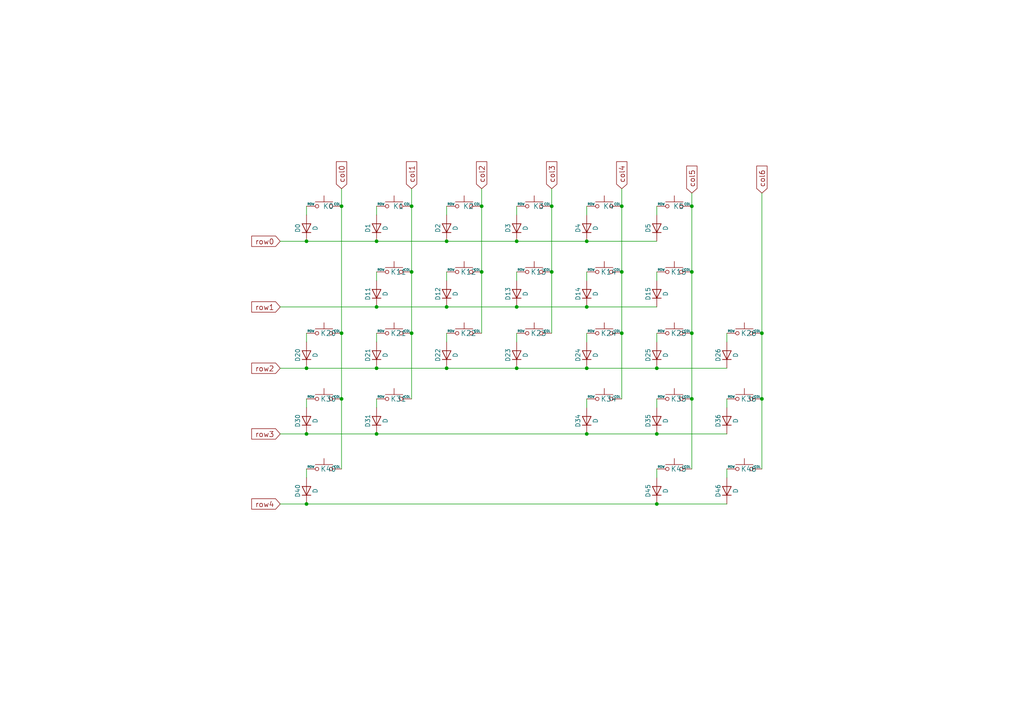
<source format=kicad_sch>
(kicad_sch (version 20211123) (generator eeschema)
  (paper "A4")
  (lib_symbols
    (symbol "3x6_symbols:Switch_SW_Keeb" (pin_numbers hide) (pin_names (offset 0))
      (property "Reference" "SW" (at 1.27 2.54 0))
      (property "Value" "Switch_SW_Keeb" (at 0 -1.524 0))
      (symbol "Switch_SW_Keeb_0_1"
        (circle (center -2.032 0) (radius 0.508))
        (polyline (pts (xy 0 1.27) (xy 0 3.048)))
        (polyline (pts (xy 2.54 1.27) (xy -2.54 1.27)))
        (circle (center 2.032 0) (radius 0.508))
      )
      (symbol "Switch_SW_Keeb_1_1"
        (pin passive line (at -5.08 0 0) (length 2.54) (name "COL") (number "1"))
        (pin passive line (at 5.08 0 180) (length 2.54) (name "ROW") (number "2"))
      )
    )
    (symbol "kudox-game-parts:D" (pin_numbers hide) (pin_names (offset 1.016) hide)
      (property "Reference" "D" (at 0 2.54 0))
      (property "Value" "D" (at 0 -2.54 0))
      (symbol "D_0_1"
        (polyline (pts (xy -1.27 1.27) (xy -1.27 -1.27)) (stroke (width 0.2032)))
        (polyline (pts (xy 1.27 0) (xy -1.27 0)))
        (polyline (pts (xy 1.27 1.27) (xy 1.27 -1.27) (xy -1.27 0) (xy 1.27 1.27)) (stroke (width 0.2032)))
      )
      (symbol "D_1_1"
        (pin passive line (at -3.81 0 0) (length 2.54) (name "K") (number "1"))
        (pin passive line (at 3.81 0 180) (length 2.54) (name "A") (number "2"))
      )
    )
  )
  (junction (at 220.98 115.697))
  (junction (at 220.98 96.647))
  (junction (at 129.54 69.977))
  (junction (at 109.22 89.027))
  (junction (at 109.22 69.977))
  (junction (at 190.5 125.857))
  (junction (at 170.18 125.857))
  (junction (at 88.9 106.807))
  (junction (at 88.9 69.977))
  (junction (at 119.38 78.867))
  (junction (at 119.38 96.647))
  (junction (at 139.7 59.817))
  (junction (at 99.06 59.817))
  (junction (at 190.5 106.807))
  (junction (at 190.5 146.177))
  (junction (at 109.22 106.807))
  (junction (at 129.54 89.027))
  (junction (at 149.86 69.977))
  (junction (at 170.18 106.807))
  (junction (at 119.38 59.817))
  (junction (at 139.7 78.867))
  (junction (at 200.66 59.817))
  (junction (at 170.18 89.027))
  (junction (at 180.34 59.817))
  (junction (at 149.86 106.807))
  (junction (at 180.34 96.647))
  (junction (at 180.34 78.867))
  (junction (at 200.66 96.647))
  (junction (at 149.86 89.027))
  (junction (at 88.9 146.177))
  (junction (at 88.9 125.857))
  (junction (at 170.18 69.977))
  (junction (at 129.54 106.807))
  (junction (at 200.66 115.697))
  (junction (at 99.06 96.647))
  (junction (at 200.66 78.867))
  (junction (at 109.22 125.857))
  (junction (at 160.02 78.867))
  (junction (at 160.02 59.817))
  (junction (at 99.06 115.697))
  (wire (pts (xy 170.18 96.647) (xy 170.18 99.187)))
  (wire (pts (xy 129.54 78.867) (xy 129.54 81.407)))
  (wire (pts (xy 129.54 59.817) (xy 129.54 62.357)))
  (wire (pts (xy 139.7 59.817) (xy 139.7 78.867)))
  (wire (pts (xy 81.28 125.857) (xy 88.9 125.857)))
  (wire (pts (xy 129.54 89.027) (xy 149.86 89.027)))
  (wire (pts (xy 119.38 59.817) (xy 119.38 78.867)))
  (wire (pts (xy 190.5 106.807) (xy 210.82 106.807)))
  (wire (pts (xy 149.86 59.817) (xy 149.86 62.357)))
  (wire (pts (xy 180.34 96.647) (xy 180.34 115.697)))
  (wire (pts (xy 170.18 89.027) (xy 190.5 89.027)))
  (wire (pts (xy 119.38 96.647) (xy 119.38 115.697)))
  (wire (pts (xy 109.22 96.647) (xy 109.22 99.187)))
  (wire (pts (xy 200.66 78.867) (xy 200.66 96.647)))
  (wire (pts (xy 149.86 78.867) (xy 149.86 81.407)))
  (wire (pts (xy 88.9 125.857) (xy 109.22 125.857)))
  (wire (pts (xy 81.28 146.177) (xy 88.9 146.177)))
  (wire (pts (xy 170.18 69.977) (xy 190.5 69.977)))
  (wire (pts (xy 88.9 106.807) (xy 109.22 106.807)))
  (wire (pts (xy 180.34 59.817) (xy 180.34 78.867)))
  (wire (pts (xy 88.9 136.017) (xy 88.9 138.557)))
  (wire (pts (xy 109.22 106.807) (xy 129.54 106.807)))
  (wire (pts (xy 109.22 78.867) (xy 109.22 81.407)))
  (wire (pts (xy 129.54 106.807) (xy 149.86 106.807)))
  (wire (pts (xy 119.38 78.867) (xy 119.38 96.647)))
  (wire (pts (xy 81.28 69.977) (xy 88.9 69.977)))
  (wire (pts (xy 99.06 96.647) (xy 99.06 115.697)))
  (wire (pts (xy 170.18 59.817) (xy 170.18 62.357)))
  (wire (pts (xy 109.22 59.817) (xy 109.22 62.357)))
  (wire (pts (xy 210.82 115.697) (xy 210.82 118.237)))
  (wire (pts (xy 180.34 54.737) (xy 180.34 59.817)))
  (wire (pts (xy 81.28 106.807) (xy 88.9 106.807)))
  (wire (pts (xy 210.82 136.017) (xy 210.82 138.557)))
  (wire (pts (xy 88.9 115.697) (xy 88.9 118.237)))
  (wire (pts (xy 200.66 56.007) (xy 200.66 59.817)))
  (wire (pts (xy 109.22 125.857) (xy 170.18 125.857)))
  (wire (pts (xy 190.5 96.647) (xy 190.5 99.187)))
  (wire (pts (xy 139.7 78.867) (xy 139.7 96.647)))
  (wire (pts (xy 200.66 115.697) (xy 200.66 136.017)))
  (wire (pts (xy 160.02 59.817) (xy 160.02 78.867)))
  (wire (pts (xy 99.06 59.817) (xy 99.06 96.647)))
  (wire (pts (xy 200.66 96.647) (xy 200.66 115.697)))
  (wire (pts (xy 139.7 54.737) (xy 139.7 59.817)))
  (wire (pts (xy 200.66 59.817) (xy 200.66 78.867)))
  (wire (pts (xy 149.86 69.977) (xy 170.18 69.977)))
  (wire (pts (xy 190.5 78.867) (xy 190.5 81.407)))
  (wire (pts (xy 170.18 115.697) (xy 170.18 118.237)))
  (wire (pts (xy 99.06 54.737) (xy 99.06 59.817)))
  (wire (pts (xy 129.54 96.647) (xy 129.54 99.187)))
  (wire (pts (xy 190.5 146.177) (xy 210.82 146.177)))
  (wire (pts (xy 220.98 96.647) (xy 220.98 115.697)))
  (wire (pts (xy 109.22 115.697) (xy 109.22 118.237)))
  (wire (pts (xy 190.5 115.697) (xy 190.5 118.237)))
  (wire (pts (xy 170.18 106.807) (xy 190.5 106.807)))
  (wire (pts (xy 170.18 125.857) (xy 190.5 125.857)))
  (wire (pts (xy 210.82 96.647) (xy 210.82 99.187)))
  (wire (pts (xy 109.22 69.977) (xy 129.54 69.977)))
  (wire (pts (xy 160.02 78.867) (xy 160.02 96.647)))
  (wire (pts (xy 88.9 69.977) (xy 109.22 69.977)))
  (wire (pts (xy 88.9 146.177) (xy 190.5 146.177)))
  (wire (pts (xy 119.38 54.737) (xy 119.38 59.817)))
  (wire (pts (xy 190.5 59.817) (xy 190.5 62.357)))
  (wire (pts (xy 220.98 56.007) (xy 220.98 96.647)))
  (wire (pts (xy 99.06 115.697) (xy 99.06 136.017)))
  (wire (pts (xy 220.98 115.697) (xy 220.98 136.017)))
  (wire (pts (xy 190.5 136.017) (xy 190.5 138.557)))
  (wire (pts (xy 129.54 69.977) (xy 149.86 69.977)))
  (wire (pts (xy 88.9 96.647) (xy 88.9 99.187)))
  (wire (pts (xy 149.86 89.027) (xy 170.18 89.027)))
  (wire (pts (xy 88.9 59.817) (xy 88.9 62.357)))
  (wire (pts (xy 190.5 125.857) (xy 210.82 125.857)))
  (wire (pts (xy 81.28 89.027) (xy 109.22 89.027)))
  (wire (pts (xy 160.02 54.737) (xy 160.02 59.817)))
  (wire (pts (xy 170.18 78.867) (xy 170.18 81.407)))
  (wire (pts (xy 180.34 78.867) (xy 180.34 96.647)))
  (wire (pts (xy 109.22 89.027) (xy 129.54 89.027)))
  (wire (pts (xy 149.86 106.807) (xy 170.18 106.807)))
  (wire (pts (xy 149.86 96.647) (xy 149.86 99.187)))
  (global_label "col5" (shape input) (at 200.66 56.007 90) (effects (font (size 1.524 1.524))) (property "Intersheet References" "${INTERSHEET_REFS}" (effects hide)))
  (global_label "col2" (shape input) (at 139.7 54.737 90) (effects (font (size 1.524 1.524))) (property "Intersheet References" "${INTERSHEET_REFS}" (effects hide)))
  (global_label "row2" (shape input) (at 81.28 106.807 180) (effects (font (size 1.524 1.524))) (property "Intersheet References" "${INTERSHEET_REFS}" (effects hide)))
  (global_label "row3" (shape input) (at 81.28 125.857 180) (effects (font (size 1.524 1.524))) (property "Intersheet References" "${INTERSHEET_REFS}" (effects hide)))
  (global_label "row1" (shape input) (at 81.28 89.027 180) (effects (font (size 1.524 1.524))) (property "Intersheet References" "${INTERSHEET_REFS}" (effects hide)))
  (global_label "col6" (shape input) (at 220.98 56.007 90) (effects (font (size 1.524 1.524))) (property "Intersheet References" "${INTERSHEET_REFS}" (effects hide)))
  (global_label "col1" (shape input) (at 119.38 54.737 90) (effects (font (size 1.524 1.524))) (property "Intersheet References" "${INTERSHEET_REFS}" (effects hide)))
  (global_label "row4" (shape input) (at 81.28 146.177 180) (effects (font (size 1.524 1.524))) (property "Intersheet References" "${INTERSHEET_REFS}" (effects hide)))
  (global_label "col4" (shape input) (at 180.34 54.737 90) (effects (font (size 1.524 1.524))) (property "Intersheet References" "${INTERSHEET_REFS}" (effects hide)))
  (global_label "col0" (shape input) (at 99.06 54.737 90) (effects (font (size 1.524 1.524))) (property "Intersheet References" "${INTERSHEET_REFS}" (effects hide)))
  (global_label "col3" (shape input) (at 160.02 54.737 90) (effects (font (size 1.524 1.524))) (property "Intersheet References" "${INTERSHEET_REFS}" (effects hide)))
  (global_label "row0" (shape input) (at 81.28 69.977 180) (effects (font (size 1.524 1.524))) (property "Intersheet References" "${INTERSHEET_REFS}" (effects hide)))
  (symbol (lib_id "kudox-game-parts:D") (at 109.22 122.047 90) (unit 1)
    (property "Reference" "D31" (at 106.68 122.047 0))
    (property "Value" "D" (at 111.76 122.047 0))
    (property "Footprint" "3x6_components:D_THT_7.62_SOD-123_Single_Side" (effects hide))
  )
  (symbol (lib_id "3x6_symbols:Switch_SW_Keeb") (at 175.26 78.867 0) (mirror y) (unit 1)
    (property "Reference" "K14" (at 176.53 78.867 0) (effects (font (size 1.524 1.524))))
    (property "Value" "KEYSW" (effects hide))
    (property "Footprint" "3x6_kailh_switch:SW_Hotswap_Kailh_1.00u" (effects hide))
  )
  (symbol (lib_id "kudox-game-parts:D") (at 149.86 66.167 90) (unit 1)
    (property "Reference" "D3" (at 147.32 66.167 0))
    (property "Value" "D" (at 152.4 66.167 0))
    (property "Footprint" "3x6_components:D_THT_7.62_SOD-123_Single_Side" (effects hide))
  )
  (symbol (lib_id "3x6_symbols:Switch_SW_Keeb") (at 114.3 115.697 0) (mirror y) (unit 1)
    (property "Reference" "K31" (at 115.57 115.697 0) (effects (font (size 1.524 1.524))))
    (property "Value" "KEYSW" (effects hide))
    (property "Footprint" "3x6_kailh_switch:SW_Hotswap_Kailh_1.00u" (effects hide))
  )
  (symbol (lib_id "3x6_symbols:Switch_SW_Keeb") (at 175.26 96.647 0) (mirror y) (unit 1)
    (property "Reference" "K24" (at 176.53 96.647 0) (effects (font (size 1.524 1.524))))
    (property "Value" "KEYSW" (effects hide))
    (property "Footprint" "3x6_kailh_switch:SW_Hotswap_Kailh_1.00u" (effects hide))
  )
  (symbol (lib_id "kudox-game-parts:D") (at 109.22 85.217 90) (unit 1)
    (property "Reference" "D11" (at 106.68 85.217 0))
    (property "Value" "D" (at 111.76 85.217 0))
    (property "Footprint" "3x6_components:D_THT_7.62_SOD-123_Single_Side" (effects hide))
  )
  (symbol (lib_id "kudox-game-parts:D") (at 129.54 85.217 90) (unit 1)
    (property "Reference" "D12" (at 127 85.217 0))
    (property "Value" "D" (at 132.08 85.217 0))
    (property "Footprint" "3x6_components:D_THT_7.62_SOD-123_Single_Side" (effects hide))
  )
  (symbol (lib_id "kudox-game-parts:D") (at 210.82 102.997 90) (unit 1)
    (property "Reference" "D26" (at 208.28 102.997 0))
    (property "Value" "D" (at 213.36 102.997 0))
    (property "Footprint" "3x6_components:D_THT_7.62_SOD-123_Single_Side" (effects hide))
  )
  (symbol (lib_id "kudox-game-parts:D") (at 190.5 102.997 90) (unit 1)
    (property "Reference" "D25" (at 187.96 102.997 0))
    (property "Value" "D" (at 193.04 102.997 0))
    (property "Footprint" "3x6_components:D_THT_7.62_SOD-123_Single_Side" (effects hide))
  )
  (symbol (lib_id "3x6_symbols:Switch_SW_Keeb") (at 154.94 59.817 0) (mirror y) (unit 1)
    (property "Reference" "K3" (at 156.21 59.817 0) (effects (font (size 1.524 1.524))))
    (property "Value" "KEYSW" (effects hide))
    (property "Footprint" "3x6_kailh_switch:SW_Hotswap_Kailh_1.00u" (effects hide))
  )
  (symbol (lib_id "kudox-game-parts:D") (at 190.5 85.217 90) (unit 1)
    (property "Reference" "D15" (at 187.96 85.217 0))
    (property "Value" "D" (at 193.04 85.217 0))
    (property "Footprint" "3x6_components:D_THT_7.62_SOD-123_Single_Side" (effects hide))
  )
  (symbol (lib_id "kudox-game-parts:D") (at 109.22 66.167 90) (unit 1)
    (property "Reference" "D1" (at 106.68 66.167 0))
    (property "Value" "D" (at 111.76 66.167 0))
    (property "Footprint" "3x6_components:D_THT_7.62_SOD-123_Single_Side" (effects hide))
  )
  (symbol (lib_id "kudox-game-parts:D") (at 129.54 66.167 90) (unit 1)
    (property "Reference" "D2" (at 127 66.167 0))
    (property "Value" "D" (at 132.08 66.167 0))
    (property "Footprint" "3x6_components:D_THT_7.62_SOD-123_Single_Side" (effects hide))
  )
  (symbol (lib_id "3x6_symbols:Switch_SW_Keeb") (at 114.3 78.867 0) (mirror y) (unit 1)
    (property "Reference" "K11" (at 115.57 78.867 0) (effects (font (size 1.524 1.524))))
    (property "Value" "KEYSW" (effects hide))
    (property "Footprint" "3x6_kailh_switch:SW_Hotswap_Kailh_1.00u" (effects hide))
  )
  (symbol (lib_id "3x6_symbols:Switch_SW_Keeb") (at 175.26 115.697 0) (mirror y) (unit 1)
    (property "Reference" "K34" (at 176.53 115.697 0) (effects (font (size 1.524 1.524))))
    (property "Value" "KEYSW" (effects hide))
    (property "Footprint" "3x6_kailh_switch:SW_Hotswap_Kailh_1.00u" (effects hide))
  )
  (symbol (lib_id "3x6_symbols:Switch_SW_Keeb") (at 93.98 96.647 0) (mirror y) (unit 1)
    (property "Reference" "K20" (at 95.25 96.647 0) (effects (font (size 1.524 1.524))))
    (property "Value" "KEYSW" (effects hide))
    (property "Footprint" "3x6_kailh_switch:SW_Hotswap_Kailh_1.00u" (effects hide))
  )
  (symbol (lib_id "kudox-game-parts:D") (at 88.9 122.047 90) (unit 1)
    (property "Reference" "D30" (at 86.36 122.047 0))
    (property "Value" "D" (at 91.44 122.047 0))
    (property "Footprint" "3x6_components:D_THT_7.62_SOD-123_Single_Side" (effects hide))
  )
  (symbol (lib_id "3x6_symbols:Switch_SW_Keeb") (at 154.94 78.867 0) (mirror y) (unit 1)
    (property "Reference" "K13" (at 156.21 78.867 0) (effects (font (size 1.524 1.524))))
    (property "Value" "KEYSW" (effects hide))
    (property "Footprint" "3x6_kailh_switch:SW_Hotswap_Kailh_1.00u" (effects hide))
  )
  (symbol (lib_id "3x6_symbols:Switch_SW_Keeb") (at 195.58 96.647 0) (mirror y) (unit 1)
    (property "Reference" "K25" (at 196.85 96.647 0) (effects (font (size 1.524 1.524))))
    (property "Value" "KEYSW" (effects hide))
    (property "Footprint" "3x6_kailh_switch:SW_Hotswap_Kailh_1.00u" (effects hide))
  )
  (symbol (lib_id "kudox-game-parts:D") (at 170.18 102.997 90) (unit 1)
    (property "Reference" "D24" (at 167.64 102.997 0))
    (property "Value" "D" (at 172.72 102.997 0))
    (property "Footprint" "3x6_components:D_THT_7.62_SOD-123_Single_Side" (effects hide))
  )
  (symbol (lib_id "kudox-game-parts:D") (at 88.9 66.167 90) (unit 1)
    (property "Reference" "D0" (at 86.36 66.167 0))
    (property "Value" "D" (at 91.44 66.167 0))
    (property "Footprint" "3x6_components:D_THT_7.62_SOD-123_Single_Side" (effects hide))
  )
  (symbol (lib_id "3x6_symbols:Switch_SW_Keeb") (at 215.9 115.697 0) (mirror y) (unit 1)
    (property "Reference" "K36" (at 217.17 115.697 0) (effects (font (size 1.524 1.524))))
    (property "Value" "KEYSW" (effects hide))
    (property "Footprint" "3x6_kailh_switch:SW_Hotswap_Kailh_1.00u" (effects hide))
  )
  (symbol (lib_id "3x6_symbols:Switch_SW_Keeb") (at 195.58 115.697 0) (mirror y) (unit 1)
    (property "Reference" "K35" (at 196.85 115.697 0) (effects (font (size 1.524 1.524))))
    (property "Value" "KEYSW" (effects hide))
    (property "Footprint" "3x6_kailh_switch:SW_Hotswap_Kailh_1.00u" (effects hide))
  )
  (symbol (lib_id "kudox-game-parts:D") (at 210.82 142.367 90) (unit 1)
    (property "Reference" "D46" (at 208.28 142.367 0))
    (property "Value" "D" (at 213.36 142.367 0))
    (property "Footprint" "3x6_components:D_THT_7.62_SOD-123_Single_Side" (effects hide))
  )
  (symbol (lib_id "kudox-game-parts:D") (at 170.18 85.217 90) (unit 1)
    (property "Reference" "D14" (at 167.64 85.217 0))
    (property "Value" "D" (at 172.72 85.217 0))
    (property "Footprint" "3x6_components:D_THT_7.62_SOD-123_Single_Side" (effects hide))
  )
  (symbol (lib_id "3x6_symbols:Switch_SW_Keeb") (at 93.98 115.697 0) (mirror y) (unit 1)
    (property "Reference" "K30" (at 95.25 115.697 0) (effects (font (size 1.524 1.524))))
    (property "Value" "KEYSW" (effects hide))
    (property "Footprint" "3x6_kailh_switch:SW_Hotswap_Kailh_1.50u" (effects hide))
  )
  (symbol (lib_id "kudox-game-parts:D") (at 88.9 142.367 90) (unit 1)
    (property "Reference" "D40" (at 86.36 142.367 0))
    (property "Value" "D" (at 91.44 142.367 0))
    (property "Footprint" "3x6_components:D_THT_7.62_SOD-123_Single_Side" (effects hide))
  )
  (symbol (lib_id "3x6_symbols:Switch_SW_Keeb") (at 134.62 96.647 0) (mirror y) (unit 1)
    (property "Reference" "K22" (at 135.89 96.647 0) (effects (font (size 1.524 1.524))))
    (property "Value" "KEYSW" (effects hide))
    (property "Footprint" "3x6_kailh_switch:SW_Hotswap_Kailh_1.00u" (effects hide))
  )
  (symbol (lib_id "3x6_symbols:Switch_SW_Keeb") (at 175.26 59.817 0) (mirror y) (unit 1)
    (property "Reference" "K4" (at 176.53 59.817 0) (effects (font (size 1.524 1.524))))
    (property "Value" "KEYSW" (effects hide))
    (property "Footprint" "3x6_kailh_switch:SW_Hotswap_Kailh_1.00u" (effects hide))
  )
  (symbol (lib_id "3x6_symbols:Switch_SW_Keeb") (at 134.62 59.817 0) (mirror y) (unit 1)
    (property "Reference" "K2" (at 135.89 59.817 0) (effects (font (size 1.524 1.524))))
    (property "Value" "KEYSW" (effects hide))
    (property "Footprint" "3x6_kailh_switch:SW_Hotswap_Kailh_1.00u" (effects hide))
  )
  (symbol (lib_id "3x6_symbols:Switch_SW_Keeb") (at 195.58 78.867 0) (mirror y) (unit 1)
    (property "Reference" "K15" (at 196.85 78.867 0) (effects (font (size 1.524 1.524))))
    (property "Value" "KEYSW" (effects hide))
    (property "Footprint" "3x6_kailh_switch:SW_Hotswap_Kailh_1.00u" (effects hide))
  )
  (symbol (lib_id "kudox-game-parts:D") (at 190.5 122.047 90) (unit 1)
    (property "Reference" "D35" (at 187.96 122.047 0))
    (property "Value" "D" (at 193.04 122.047 0))
    (property "Footprint" "3x6_components:D_THT_7.62_SOD-123_Single_Side" (effects hide))
  )
  (symbol (lib_id "kudox-game-parts:D") (at 109.22 102.997 90) (unit 1)
    (property "Reference" "D21" (at 106.68 102.997 0))
    (property "Value" "D" (at 111.76 102.997 0))
    (property "Footprint" "3x6_components:D_THT_7.62_SOD-123_Single_Side" (effects hide))
  )
  (symbol (lib_id "3x6_symbols:Switch_SW_Keeb") (at 114.3 59.817 0) (mirror y) (unit 1)
    (property "Reference" "K1" (at 115.57 59.817 0) (effects (font (size 1.524 1.524))))
    (property "Value" "KEYSW" (effects hide))
    (property "Footprint" "3x6_kailh_switch:SW_Hotswap_Kailh_1.00u" (effects hide))
  )
  (symbol (lib_id "3x6_symbols:Switch_SW_Keeb") (at 93.98 59.817 0) (mirror y) (unit 1)
    (property "Reference" "K0" (at 95.25 59.817 0) (effects (font (size 1.524 1.524))))
    (property "Value" "KEYSW" (effects hide))
    (property "Footprint" "3x6_kailh_switch:SW_Hotswap_Kailh_1.00u" (effects hide))
  )
  (symbol (lib_id "kudox-game-parts:D") (at 190.5 66.167 90) (unit 1)
    (property "Reference" "D5" (at 187.96 66.167 0))
    (property "Value" "D" (at 193.04 66.167 0))
    (property "Footprint" "3x6_components:D_THT_7.62_SOD-123_Single_Side" (effects hide))
  )
  (symbol (lib_id "3x6_symbols:Switch_SW_Keeb") (at 195.58 59.817 0) (mirror y) (unit 1)
    (property "Reference" "K5" (at 196.85 59.817 0) (effects (font (size 1.524 1.524))))
    (property "Value" "KEYSW" (effects hide))
    (property "Footprint" "3x6_kailh_switch:SW_Hotswap_Kailh_1.00u" (effects hide))
  )
  (symbol (lib_id "kudox-game-parts:D") (at 129.54 102.997 90) (unit 1)
    (property "Reference" "D22" (at 127 102.997 0))
    (property "Value" "D" (at 132.08 102.997 0))
    (property "Footprint" "3x6_components:D_THT_7.62_SOD-123_Single_Side" (effects hide))
  )
  (symbol (lib_id "kudox-game-parts:D") (at 88.9 102.997 90) (unit 1)
    (property "Reference" "D20" (at 86.36 102.997 0))
    (property "Value" "D" (at 91.44 102.997 0))
    (property "Footprint" "3x6_components:D_THT_7.62_SOD-123_Single_Side" (effects hide))
  )
  (symbol (lib_id "3x6_symbols:Switch_SW_Keeb") (at 93.98 136.017 0) (mirror y) (unit 1)
    (property "Reference" "K40" (at 95.25 136.017 0) (effects (font (size 1.524 1.524))))
    (property "Value" "KEYSW" (effects hide))
    (property "Footprint" "3x6_kailh_switch:SW_Hotswap_Kailh_1.50u" (effects hide))
  )
  (symbol (lib_id "3x6_symbols:Switch_SW_Keeb") (at 195.58 136.017 0) (mirror y) (unit 1)
    (property "Reference" "K45" (at 196.85 136.017 0) (effects (font (size 1.524 1.524))))
    (property "Value" "KEYSW" (effects hide))
    (property "Footprint" "3x6_kailh_switch:SW_Hotswap_Kailh_1.50u" (effects hide))
  )
  (symbol (lib_id "3x6_symbols:Switch_SW_Keeb") (at 215.9 96.647 0) (mirror y) (unit 1)
    (property "Reference" "K26" (at 217.17 96.647 0) (effects (font (size 1.524 1.524))))
    (property "Value" "KEYSW" (effects hide))
    (property "Footprint" "3x6_kailh_switch:SW_Hotswap_Kailh_1.00u" (effects hide))
  )
  (symbol (lib_id "3x6_symbols:Switch_SW_Keeb") (at 154.94 96.647 0) (mirror y) (unit 1)
    (property "Reference" "K23" (at 156.21 96.647 0) (effects (font (size 1.524 1.524))))
    (property "Value" "KEYSW" (effects hide))
    (property "Footprint" "3x6_kailh_switch:SW_Hotswap_Kailh_1.00u" (effects hide))
  )
  (symbol (lib_id "kudox-game-parts:D") (at 170.18 122.047 90) (unit 1)
    (property "Reference" "D34" (at 167.64 122.047 0))
    (property "Value" "D" (at 172.72 122.047 0))
    (property "Footprint" "3x6_components:D_THT_7.62_SOD-123_Single_Side" (effects hide))
  )
  (symbol (lib_id "3x6_symbols:Switch_SW_Keeb") (at 114.3 96.647 0) (mirror y) (unit 1)
    (property "Reference" "K21" (at 115.57 96.647 0) (effects (font (size 1.524 1.524))))
    (property "Value" "KEYSW" (effects hide))
    (property "Footprint" "3x6_kailh_switch:SW_Hotswap_Kailh_1.00u" (effects hide))
  )
  (symbol (lib_id "kudox-game-parts:D") (at 190.5 142.367 90) (unit 1)
    (property "Reference" "D45" (at 187.96 142.367 0))
    (property "Value" "D" (at 193.04 142.367 0))
    (property "Footprint" "3x6_components:D_THT_7.62_SOD-123_Single_Side" (effects hide))
  )
  (symbol (lib_id "3x6_symbols:Switch_SW_Keeb") (at 215.9 136.017 0) (mirror y) (unit 1)
    (property "Reference" "K46" (at 217.17 136.017 0) (effects (font (size 1.524 1.524))))
    (property "Value" "KEYSW" (effects hide))
    (property "Footprint" "3x6_kailh_switch:SW_Hotswap_Kailh_2.00u" (effects hide))
  )
  (symbol (lib_id "kudox-game-parts:D") (at 149.86 102.997 90) (unit 1)
    (property "Reference" "D23" (at 147.32 102.997 0))
    (property "Value" "D" (at 152.4 102.997 0))
    (property "Footprint" "3x6_components:D_THT_7.62_SOD-123_Single_Side" (effects hide))
  )
  (symbol (lib_id "kudox-game-parts:D") (at 170.18 66.167 90) (unit 1)
    (property "Reference" "D4" (at 167.64 66.167 0))
    (property "Value" "D" (at 172.72 66.167 0))
    (property "Footprint" "3x6_components:D_THT_7.62_SOD-123_Single_Side" (effects hide))
  )
  (symbol (lib_id "3x6_symbols:Switch_SW_Keeb") (at 134.62 78.867 0) (mirror y) (unit 1)
    (property "Reference" "K12" (at 135.89 78.867 0) (effects (font (size 1.524 1.524))))
    (property "Value" "KEYSW" (effects hide))
    (property "Footprint" "3x6_kailh_switch:SW_Hotswap_Kailh_1.00u" (effects hide))
  )
  (symbol (lib_id "kudox-game-parts:D") (at 149.86 85.217 90) (unit 1)
    (property "Reference" "D13" (at 147.32 85.217 0))
    (property "Value" "D" (at 152.4 85.217 0))
    (property "Footprint" "3x6_components:D_THT_7.62_SOD-123_Single_Side" (effects hide))
  )
  (symbol (lib_id "kudox-game-parts:D") (at 210.82 122.047 90) (unit 1)
    (property "Reference" "D36" (at 208.28 122.047 0))
    (property "Value" "D" (at 213.36 122.047 0))
    (property "Footprint" "3x6_components:D_THT_7.62_SOD-123_Single_Side" (effects hide))
  )
)
</source>
